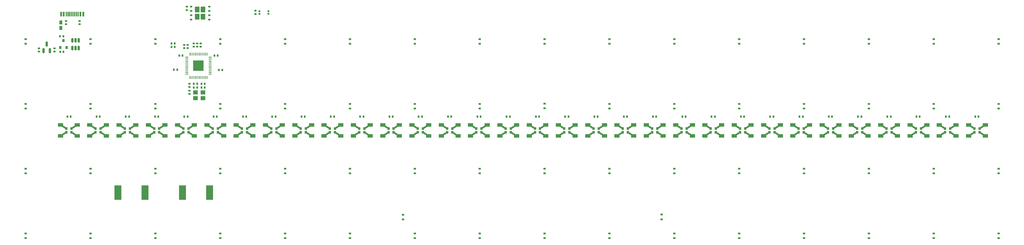
<source format=gbr>
%TF.GenerationSoftware,KiCad,Pcbnew,(6.0.0)*%
%TF.CreationDate,2022-05-03T01:33:48-04:00*%
%TF.ProjectId,HL-2040,484c2d32-3034-4302-9e6b-696361645f70,Mark 2 Rev F*%
%TF.SameCoordinates,Original*%
%TF.FileFunction,Paste,Bot*%
%TF.FilePolarity,Positive*%
%FSLAX46Y46*%
G04 Gerber Fmt 4.6, Leading zero omitted, Abs format (unit mm)*
G04 Created by KiCad (PCBNEW (6.0.0)) date 2022-05-03 01:33:48*
%MOMM*%
%LPD*%
G01*
G04 APERTURE LIST*
G04 Aperture macros list*
%AMRoundRect*
0 Rectangle with rounded corners*
0 $1 Rounding radius*
0 $2 $3 $4 $5 $6 $7 $8 $9 X,Y pos of 4 corners*
0 Add a 4 corners polygon primitive as box body*
4,1,4,$2,$3,$4,$5,$6,$7,$8,$9,$2,$3,0*
0 Add four circle primitives for the rounded corners*
1,1,$1+$1,$2,$3*
1,1,$1+$1,$4,$5*
1,1,$1+$1,$6,$7*
1,1,$1+$1,$8,$9*
0 Add four rect primitives between the rounded corners*
20,1,$1+$1,$2,$3,$4,$5,0*
20,1,$1+$1,$4,$5,$6,$7,0*
20,1,$1+$1,$6,$7,$8,$9,0*
20,1,$1+$1,$8,$9,$2,$3,0*%
%AMFreePoly0*
4,1,11,2.050000,0.700000,1.609078,0.700000,0.750000,0.169394,0.750000,-0.500000,-0.750000,-0.500000,-0.750000,0.500000,0.333781,0.500000,1.350000,1.127665,1.350000,1.400000,2.050000,1.400000,2.050000,0.700000,2.050000,0.700000,$1*%
%AMFreePoly1*
4,1,11,0.750000,-0.169394,1.609078,-0.700000,2.050000,-0.700000,2.050000,-1.400000,1.350000,-1.400000,1.350000,-1.127665,0.333781,-0.500000,-0.750000,-0.500000,-0.750000,0.500000,0.750000,0.500000,0.750000,-0.169394,0.750000,-0.169394,$1*%
%AMFreePoly2*
4,1,11,0.750000,-0.500000,-0.333780,-0.500000,-1.350000,-1.127665,-1.350000,-1.400000,-2.050000,-1.400000,-2.050000,-0.700000,-1.609076,-0.700000,-0.750000,-0.169394,-0.750000,0.500000,0.750000,0.500000,0.750000,-0.500000,0.750000,-0.500000,$1*%
%AMFreePoly3*
4,1,11,-1.350000,1.127665,-0.333780,0.500000,0.750000,0.500000,0.750000,-0.500000,-0.750000,-0.500000,-0.750000,0.169394,-1.609076,0.700000,-2.050000,0.700000,-2.050000,1.400000,-1.350000,1.400000,-1.350000,1.127665,-1.350000,1.127665,$1*%
G04 Aperture macros list end*
%ADD10C,0.010000*%
%ADD11RoundRect,0.147500X-0.147500X-0.172500X0.147500X-0.172500X0.147500X0.172500X-0.147500X0.172500X0*%
%ADD12RoundRect,0.147500X0.147500X0.172500X-0.147500X0.172500X-0.147500X-0.172500X0.147500X-0.172500X0*%
%ADD13RoundRect,0.147500X0.172500X-0.147500X0.172500X0.147500X-0.172500X0.147500X-0.172500X-0.147500X0*%
%ADD14RoundRect,0.250000X0.292217X0.292217X-0.292217X0.292217X-0.292217X-0.292217X0.292217X-0.292217X0*%
%ADD15RoundRect,0.050000X0.387500X0.050000X-0.387500X0.050000X-0.387500X-0.050000X0.387500X-0.050000X0*%
%ADD16RoundRect,0.050000X0.050000X0.387500X-0.050000X0.387500X-0.050000X-0.387500X0.050000X-0.387500X0*%
%ADD17R,3.050000X3.050000*%
%ADD18R,0.700000X0.600000*%
%ADD19RoundRect,0.147500X-0.172500X0.147500X-0.172500X-0.147500X0.172500X-0.147500X0.172500X0.147500X0*%
%ADD20RoundRect,0.212500X-0.212500X0.400000X-0.212500X-0.400000X0.212500X-0.400000X0.212500X0.400000X0*%
%ADD21R,0.800000X0.900000*%
%ADD22R,0.600000X1.450000*%
%ADD23R,0.300000X1.450000*%
%ADD24FreePoly0,180.000000*%
%ADD25FreePoly1,180.000000*%
%ADD26FreePoly2,180.000000*%
%ADD27FreePoly3,180.000000*%
%ADD28R,2.000000X4.200000*%
%ADD29RoundRect,0.250000X0.435000X0.615000X-0.435000X0.615000X-0.435000X-0.615000X0.435000X-0.615000X0*%
%ADD30RoundRect,0.125000X0.250000X0.125000X-0.250000X0.125000X-0.250000X-0.125000X0.250000X-0.125000X0*%
%ADD31R,1.400000X1.200000*%
%ADD32RoundRect,0.150000X0.150000X-0.587500X0.150000X0.587500X-0.150000X0.587500X-0.150000X-0.587500X0*%
%ADD33RoundRect,0.150000X0.150000X-0.512500X0.150000X0.512500X-0.150000X0.512500X-0.150000X-0.512500X0*%
G04 APERTURE END LIST*
D10*
%TO.C,S2*%
X107214000Y-74203000D02*
X106764000Y-74203000D01*
X106764000Y-74203000D02*
X106764000Y-74653000D01*
X106764000Y-74653000D02*
X107214000Y-74653000D01*
X107214000Y-74653000D02*
X107214000Y-74203000D01*
G36*
X107214000Y-74653000D02*
G01*
X106764000Y-74653000D01*
X106764000Y-74203000D01*
X107214000Y-74203000D01*
X107214000Y-74653000D01*
G37*
X107214000Y-74653000D02*
X106764000Y-74653000D01*
X106764000Y-74203000D01*
X107214000Y-74203000D01*
X107214000Y-74653000D01*
X104564000Y-74953000D02*
X104114000Y-74953000D01*
X104114000Y-74953000D02*
X104114000Y-75403000D01*
X104114000Y-75403000D02*
X104564000Y-75403000D01*
X104564000Y-75403000D02*
X104564000Y-74953000D01*
G36*
X104564000Y-75403000D02*
G01*
X104114000Y-75403000D01*
X104114000Y-74953000D01*
X104564000Y-74953000D01*
X104564000Y-75403000D01*
G37*
X104564000Y-75403000D02*
X104114000Y-75403000D01*
X104114000Y-74953000D01*
X104564000Y-74953000D01*
X104564000Y-75403000D01*
X104564000Y-74203000D02*
X104114000Y-74203000D01*
X104114000Y-74203000D02*
X104114000Y-74653000D01*
X104114000Y-74653000D02*
X104564000Y-74653000D01*
X104564000Y-74653000D02*
X104564000Y-74203000D01*
G36*
X104564000Y-74653000D02*
G01*
X104114000Y-74653000D01*
X104114000Y-74203000D01*
X104564000Y-74203000D01*
X104564000Y-74653000D01*
G37*
X104564000Y-74653000D02*
X104114000Y-74653000D01*
X104114000Y-74203000D01*
X104564000Y-74203000D01*
X104564000Y-74653000D01*
X107214000Y-74953000D02*
X106764000Y-74953000D01*
X106764000Y-74953000D02*
X106764000Y-75403000D01*
X106764000Y-75403000D02*
X107214000Y-75403000D01*
X107214000Y-75403000D02*
X107214000Y-74953000D01*
G36*
X107214000Y-75403000D02*
G01*
X106764000Y-75403000D01*
X106764000Y-74953000D01*
X107214000Y-74953000D01*
X107214000Y-75403000D01*
G37*
X107214000Y-75403000D02*
X106764000Y-75403000D01*
X106764000Y-74953000D01*
X107214000Y-74953000D01*
X107214000Y-75403000D01*
%TD*%
D11*
%TO.C,C1*%
X91158200Y-87477600D03*
X92128200Y-87477600D03*
%TD*%
D12*
%TO.C,C2*%
X86108400Y-95808800D03*
X85138400Y-95808800D03*
%TD*%
D11*
%TO.C,C3*%
X92479000Y-91694000D03*
X93449000Y-91694000D03*
%TD*%
D13*
%TO.C,C6*%
X82296000Y-85321000D03*
X82296000Y-84351000D03*
%TD*%
%TO.C,C8*%
X85090000Y-84886800D03*
X85090000Y-83916800D03*
%TD*%
D14*
%TO.C,U0*%
X87124500Y-91125000D03*
X85849500Y-89850000D03*
X87124500Y-89850000D03*
X85849500Y-91125000D03*
D15*
X89924500Y-87887500D03*
X89924500Y-88287500D03*
X89924500Y-88687500D03*
X89924500Y-89087500D03*
X89924500Y-89487500D03*
X89924500Y-89887500D03*
X89924500Y-90287500D03*
X89924500Y-90687500D03*
X89924500Y-91087500D03*
X89924500Y-91487500D03*
X89924500Y-91887500D03*
X89924500Y-92287500D03*
X89924500Y-92687500D03*
X89924500Y-93087500D03*
D16*
X89087000Y-93925000D03*
X88687000Y-93925000D03*
X88287000Y-93925000D03*
X87887000Y-93925000D03*
X87487000Y-93925000D03*
X87087000Y-93925000D03*
X86687000Y-93925000D03*
X86287000Y-93925000D03*
X85887000Y-93925000D03*
X85487000Y-93925000D03*
X85087000Y-93925000D03*
X84687000Y-93925000D03*
X84287000Y-93925000D03*
X83887000Y-93925000D03*
D15*
X83049500Y-93087500D03*
X83049500Y-92687500D03*
X83049500Y-92287500D03*
X83049500Y-91887500D03*
X83049500Y-91487500D03*
X83049500Y-91087500D03*
X83049500Y-90687500D03*
X83049500Y-90287500D03*
X83049500Y-89887500D03*
X83049500Y-89487500D03*
X83049500Y-89087500D03*
X83049500Y-88687500D03*
X83049500Y-88287500D03*
X83049500Y-87887500D03*
D16*
X83887000Y-87050000D03*
X84287000Y-87050000D03*
X84687000Y-87050000D03*
X85087000Y-87050000D03*
X85487000Y-87050000D03*
X85887000Y-87050000D03*
X86287000Y-87050000D03*
X86687000Y-87050000D03*
X87087000Y-87050000D03*
X87487000Y-87050000D03*
X87887000Y-87050000D03*
X88287000Y-87050000D03*
X88687000Y-87050000D03*
X89087000Y-87050000D03*
D17*
X86487000Y-90487500D03*
%TD*%
D13*
%TO.C,C7*%
X83312000Y-85321000D03*
X83312000Y-84351000D03*
%TD*%
D18*
%TO.C,D1*%
X35718750Y-84043750D03*
X35718750Y-82643750D03*
%TD*%
%TO.C,D2*%
X54768750Y-84043750D03*
X54768750Y-82643750D03*
%TD*%
%TO.C,D3*%
X73818750Y-84043750D03*
X73818750Y-82643750D03*
%TD*%
%TO.C,D4*%
X92868750Y-84043750D03*
X92868750Y-82643750D03*
%TD*%
%TO.C,D5*%
X111918750Y-84043750D03*
X111918750Y-82643750D03*
%TD*%
%TO.C,D6*%
X130968750Y-84043750D03*
X130968750Y-82643750D03*
%TD*%
%TO.C,D7*%
X150018750Y-84043750D03*
X150018750Y-82643750D03*
%TD*%
%TO.C,D8*%
X169068750Y-84043750D03*
X169068750Y-82643750D03*
%TD*%
%TO.C,D9*%
X188118750Y-84043750D03*
X188118750Y-82643750D03*
%TD*%
%TO.C,D10*%
X207168750Y-84043750D03*
X207168750Y-82643750D03*
%TD*%
%TO.C,D11*%
X226218750Y-84043750D03*
X226218750Y-82643750D03*
%TD*%
%TO.C,D12*%
X245268750Y-84043750D03*
X245268750Y-82643750D03*
%TD*%
%TO.C,D13*%
X264318750Y-84043750D03*
X264318750Y-82643750D03*
%TD*%
%TO.C,D14*%
X283368750Y-84043750D03*
X283368750Y-82643750D03*
%TD*%
%TO.C,D15*%
X302418750Y-84043750D03*
X302418750Y-82643750D03*
%TD*%
%TO.C,D16*%
X321468750Y-84043750D03*
X321468750Y-82643750D03*
%TD*%
%TO.C,D17*%
X35718750Y-103093750D03*
X35718750Y-101693750D03*
%TD*%
%TO.C,D18*%
X54768750Y-103093750D03*
X54768750Y-101693750D03*
%TD*%
%TO.C,D19*%
X73818750Y-103093750D03*
X73818750Y-101693750D03*
%TD*%
%TO.C,D20*%
X92868750Y-103093750D03*
X92868750Y-101693750D03*
%TD*%
%TO.C,D21*%
X111918750Y-103093750D03*
X111918750Y-101693750D03*
%TD*%
%TO.C,D22*%
X130968750Y-103093750D03*
X130968750Y-101693750D03*
%TD*%
%TO.C,D23*%
X150018750Y-103093750D03*
X150018750Y-101693750D03*
%TD*%
%TO.C,D24*%
X169068750Y-103093750D03*
X169068750Y-101693750D03*
%TD*%
%TO.C,D25*%
X188118750Y-103031250D03*
X188118750Y-101631250D03*
%TD*%
%TO.C,D26*%
X207168750Y-103106250D03*
X207168750Y-101706250D03*
%TD*%
%TO.C,D27*%
X226218750Y-103093750D03*
X226218750Y-101693750D03*
%TD*%
%TO.C,D28*%
X245268750Y-103093750D03*
X245268750Y-101693750D03*
%TD*%
%TO.C,D29*%
X264318750Y-103093750D03*
X264318750Y-101693750D03*
%TD*%
%TO.C,D30*%
X283368750Y-103093750D03*
X283368750Y-101693750D03*
%TD*%
%TO.C,D31*%
X302418750Y-103093750D03*
X302418750Y-101693750D03*
%TD*%
%TO.C,D32*%
X321468750Y-103093750D03*
X321468750Y-101693750D03*
%TD*%
%TO.C,D33*%
X35718750Y-122143750D03*
X35718750Y-120743750D03*
%TD*%
%TO.C,D34*%
X54768750Y-122143750D03*
X54768750Y-120743750D03*
%TD*%
%TO.C,D35*%
X73818750Y-122143750D03*
X73818750Y-120743750D03*
%TD*%
%TO.C,D36*%
X92868750Y-122143750D03*
X92868750Y-120743750D03*
%TD*%
%TO.C,D37*%
X111918750Y-122143750D03*
X111918750Y-120743750D03*
%TD*%
%TO.C,D38*%
X130968750Y-122143750D03*
X130968750Y-120743750D03*
%TD*%
%TO.C,D39*%
X150018750Y-122143750D03*
X150018750Y-120743750D03*
%TD*%
%TO.C,D40*%
X169068750Y-122143750D03*
X169068750Y-120743750D03*
%TD*%
%TO.C,D41*%
X188118750Y-122143750D03*
X188118750Y-120743750D03*
%TD*%
%TO.C,D42*%
X207168750Y-122143750D03*
X207168750Y-120743750D03*
%TD*%
%TO.C,D43*%
X226218750Y-122143750D03*
X226218750Y-120743750D03*
%TD*%
%TO.C,D44*%
X245268750Y-122143750D03*
X245268750Y-120743750D03*
%TD*%
%TO.C,D45*%
X264318750Y-122143750D03*
X264318750Y-120743750D03*
%TD*%
%TO.C,D46*%
X283368750Y-122143750D03*
X283368750Y-120743750D03*
%TD*%
%TO.C,D47*%
X302418750Y-122143750D03*
X302418750Y-120743750D03*
%TD*%
%TO.C,D48*%
X321468750Y-122143750D03*
X321468750Y-120743750D03*
%TD*%
%TO.C,D49*%
X35718750Y-141193750D03*
X35718750Y-139793750D03*
%TD*%
%TO.C,D50*%
X54768750Y-141193750D03*
X54768750Y-139793750D03*
%TD*%
%TO.C,D51*%
X73818750Y-141193750D03*
X73818750Y-139793750D03*
%TD*%
%TO.C,D52*%
X92868750Y-141193750D03*
X92868750Y-139793750D03*
%TD*%
%TO.C,D53*%
X111918750Y-141193750D03*
X111918750Y-139793750D03*
%TD*%
%TO.C,D54*%
X130968750Y-141193750D03*
X130968750Y-139793750D03*
%TD*%
%TO.C,D55*%
X150018750Y-141193750D03*
X150018750Y-139793750D03*
%TD*%
%TO.C,D56*%
X169068750Y-141193750D03*
X169068750Y-139793750D03*
%TD*%
%TO.C,D57*%
X188118750Y-141193750D03*
X188118750Y-139793750D03*
%TD*%
%TO.C,D58*%
X207168750Y-141193750D03*
X207168750Y-139793750D03*
%TD*%
%TO.C,D59*%
X226218750Y-141193750D03*
X226218750Y-139793750D03*
%TD*%
%TO.C,D60*%
X245268750Y-141193750D03*
X245268750Y-139793750D03*
%TD*%
%TO.C,D61*%
X264318750Y-141193750D03*
X264318750Y-139793750D03*
%TD*%
%TO.C,D62*%
X283368750Y-141193750D03*
X283368750Y-139793750D03*
%TD*%
%TO.C,D63*%
X302418750Y-141193750D03*
X302418750Y-139793750D03*
%TD*%
%TO.C,D64*%
X321468750Y-141193750D03*
X321468750Y-139793750D03*
%TD*%
D13*
%TO.C,RC2*%
X51593750Y-78272500D03*
X51593750Y-77302500D03*
%TD*%
D19*
%TO.C,RC1*%
X47625000Y-77302500D03*
X47625000Y-78272500D03*
%TD*%
D11*
%TO.C,RD1*%
X78581250Y-83916800D03*
X79551250Y-83916800D03*
%TD*%
D20*
%TO.C,F0*%
X46069250Y-77737000D03*
X46069250Y-79362000D03*
%TD*%
D21*
%TO.C,U1*%
X47781250Y-85124800D03*
X45881250Y-85124800D03*
X46831250Y-83124800D03*
%TD*%
D12*
%TO.C,LC1*%
X48992475Y-105480000D03*
X48022475Y-105480000D03*
%TD*%
%TO.C,C4*%
X80241000Y-91690000D03*
X79271000Y-91690000D03*
%TD*%
D22*
%TO.C,J0*%
X46153000Y-75292000D03*
X46953000Y-75292000D03*
D23*
X48153000Y-75292000D03*
X49153000Y-75292000D03*
X49653000Y-75292000D03*
X50653000Y-75292000D03*
D22*
X51853000Y-75292000D03*
X52653000Y-75292000D03*
X52653000Y-75292000D03*
X51853000Y-75292000D03*
D23*
X51153000Y-75292000D03*
X50153000Y-75292000D03*
X48653000Y-75292000D03*
X47653000Y-75292000D03*
D22*
X46953000Y-75292000D03*
X46153000Y-75292000D03*
%TD*%
D12*
%TO.C,LC3*%
X66104700Y-105480000D03*
X65134700Y-105480000D03*
%TD*%
%TO.C,LC10*%
X126327275Y-105480000D03*
X125357275Y-105480000D03*
%TD*%
%TO.C,LC12*%
X143533725Y-105480000D03*
X142563725Y-105480000D03*
%TD*%
%TO.C,LC6*%
X91914375Y-105480000D03*
X90944375Y-105480000D03*
%TD*%
%TO.C,LC8*%
X109120825Y-105480000D03*
X108150825Y-105480000D03*
%TD*%
%TO.C,LC9*%
X117724050Y-105480000D03*
X116754050Y-105480000D03*
%TD*%
%TO.C,LC7*%
X100517600Y-105480000D03*
X99547600Y-105480000D03*
%TD*%
%TO.C,LC5*%
X83311150Y-105480000D03*
X82341150Y-105480000D03*
%TD*%
%TO.C,LC11*%
X134930500Y-105480000D03*
X133960500Y-105480000D03*
%TD*%
%TO.C,LC13*%
X152136950Y-105480000D03*
X151166950Y-105480000D03*
%TD*%
%TO.C,LC4*%
X74707925Y-105480000D03*
X73737925Y-105480000D03*
%TD*%
%TO.C,LC14*%
X160740175Y-105480000D03*
X159770175Y-105480000D03*
%TD*%
%TO.C,LC15*%
X169343400Y-105480000D03*
X168373400Y-105480000D03*
%TD*%
%TO.C,LC16*%
X177946625Y-105480000D03*
X176976625Y-105480000D03*
%TD*%
%TO.C,LC17*%
X186549850Y-105480000D03*
X185579850Y-105480000D03*
%TD*%
%TO.C,LC18*%
X195153075Y-105480000D03*
X194183075Y-105480000D03*
%TD*%
%TO.C,LC19*%
X203756300Y-105480000D03*
X202786300Y-105480000D03*
%TD*%
%TO.C,LC20*%
X212359525Y-105480000D03*
X211389525Y-105480000D03*
%TD*%
%TO.C,LC21*%
X220950475Y-105480000D03*
X219980475Y-105480000D03*
%TD*%
%TO.C,LC22*%
X229565975Y-105480000D03*
X228595975Y-105480000D03*
%TD*%
%TO.C,LC23*%
X238169200Y-105480000D03*
X237199200Y-105480000D03*
%TD*%
%TO.C,LC24*%
X246772425Y-105480000D03*
X245802425Y-105480000D03*
%TD*%
%TO.C,LC25*%
X255341275Y-105480000D03*
X254371275Y-105480000D03*
%TD*%
%TO.C,LC26*%
X263978875Y-105480000D03*
X263008875Y-105480000D03*
%TD*%
%TO.C,LC27*%
X272582100Y-105480000D03*
X271612100Y-105480000D03*
%TD*%
%TO.C,LC28*%
X281185325Y-105480000D03*
X280215325Y-105480000D03*
%TD*%
%TO.C,LC29*%
X289788550Y-105480000D03*
X288818550Y-105480000D03*
%TD*%
%TO.C,LC30*%
X298319900Y-105480000D03*
X297349900Y-105480000D03*
%TD*%
%TO.C,LC31*%
X306995000Y-105480000D03*
X306025000Y-105480000D03*
%TD*%
%TO.C,LC32*%
X315598225Y-105480000D03*
X314628225Y-105480000D03*
%TD*%
D24*
%TO.C,LD16*%
X179917125Y-107937500D03*
D25*
X179917125Y-111137500D03*
D26*
X175017125Y-111137500D03*
D27*
X175017125Y-107937500D03*
%TD*%
D24*
%TO.C,LD17*%
X188520350Y-107937500D03*
D25*
X188520350Y-111137500D03*
D26*
X183620350Y-111137500D03*
D27*
X183620350Y-107937500D03*
%TD*%
D24*
%TO.C,LD18*%
X197123575Y-107937500D03*
D25*
X197123575Y-111137500D03*
D26*
X192223575Y-111137500D03*
D27*
X192223575Y-107937500D03*
%TD*%
D24*
%TO.C,LD19*%
X205726800Y-107937500D03*
D25*
X205726800Y-111137500D03*
D26*
X200826800Y-111137500D03*
D27*
X200826800Y-107937500D03*
%TD*%
D24*
%TO.C,LD20*%
X214330025Y-107937500D03*
D25*
X214330025Y-111137500D03*
D26*
X209430025Y-111137500D03*
D27*
X209430025Y-107937500D03*
%TD*%
D24*
%TO.C,LD21*%
X222933250Y-107937500D03*
D25*
X222933250Y-111137500D03*
D26*
X218033250Y-111137500D03*
D27*
X218033250Y-107937500D03*
%TD*%
D24*
%TO.C,LD22*%
X231536475Y-107937500D03*
D25*
X231536475Y-111137500D03*
D26*
X226636475Y-111137500D03*
D27*
X226636475Y-107937500D03*
%TD*%
D24*
%TO.C,LD23*%
X240139700Y-107937500D03*
D25*
X240139700Y-111137500D03*
D26*
X235239700Y-111137500D03*
D27*
X235239700Y-107937500D03*
%TD*%
D24*
%TO.C,LD24*%
X248742925Y-107937500D03*
D25*
X248742925Y-111137500D03*
D26*
X243842925Y-111137500D03*
D27*
X243842925Y-107937500D03*
%TD*%
D24*
%TO.C,LD25*%
X257380525Y-107937500D03*
D25*
X257380525Y-111137500D03*
D26*
X252480525Y-111137500D03*
D27*
X252480525Y-107937500D03*
%TD*%
D24*
%TO.C,LD26*%
X265949375Y-107937500D03*
D25*
X265949375Y-111137500D03*
D26*
X261049375Y-111137500D03*
D27*
X261049375Y-107937500D03*
%TD*%
D24*
%TO.C,LD27*%
X274552600Y-107937500D03*
D25*
X274552600Y-111137500D03*
D26*
X269652600Y-111137500D03*
D27*
X269652600Y-107937500D03*
%TD*%
D24*
%TO.C,LD28*%
X283155825Y-107937500D03*
D25*
X283155825Y-111137500D03*
D26*
X278255825Y-111137500D03*
D27*
X278255825Y-107937500D03*
%TD*%
D24*
%TO.C,LD29*%
X291759050Y-107937500D03*
D25*
X291759050Y-111137500D03*
D26*
X286859050Y-111137500D03*
D27*
X286859050Y-107937500D03*
%TD*%
D24*
%TO.C,LD30*%
X300434150Y-107937500D03*
D25*
X300434150Y-111137500D03*
D26*
X295534150Y-111137500D03*
D27*
X295534150Y-107937500D03*
%TD*%
D24*
%TO.C,LD32*%
X317568725Y-107937500D03*
D25*
X317568725Y-111137500D03*
D26*
X312668725Y-111137500D03*
D27*
X312668725Y-107937500D03*
%TD*%
D24*
%TO.C,LD31*%
X308965500Y-107937500D03*
D25*
X308965500Y-111137500D03*
D26*
X304065500Y-111137500D03*
D27*
X304065500Y-107937500D03*
%TD*%
D24*
%TO.C,LD15*%
X171313900Y-107937500D03*
D25*
X171313900Y-111137500D03*
D26*
X166413900Y-111137500D03*
D27*
X166413900Y-107937500D03*
%TD*%
D24*
%TO.C,LD14*%
X162710675Y-107937500D03*
D25*
X162710675Y-111137500D03*
D26*
X157810675Y-111137500D03*
D27*
X157810675Y-107937500D03*
%TD*%
D24*
%TO.C,LD12*%
X145504225Y-107937500D03*
D25*
X145504225Y-111137500D03*
D26*
X140604225Y-111137500D03*
D27*
X140604225Y-107937500D03*
%TD*%
D24*
%TO.C,LD10*%
X128297775Y-107937500D03*
D25*
X128297775Y-111137500D03*
D26*
X123397775Y-111137500D03*
D27*
X123397775Y-107937500D03*
%TD*%
D24*
%TO.C,LD13*%
X154107450Y-107937500D03*
D25*
X154107450Y-111137500D03*
D26*
X149207450Y-111137500D03*
D27*
X149207450Y-107937500D03*
%TD*%
D24*
%TO.C,LD5*%
X85281650Y-107937500D03*
D25*
X85281650Y-111137500D03*
D26*
X80381650Y-111137500D03*
D27*
X80381650Y-107937500D03*
%TD*%
D24*
%TO.C,LD11*%
X136901000Y-107937500D03*
D25*
X136901000Y-111137500D03*
D26*
X132001000Y-111137500D03*
D27*
X132001000Y-107937500D03*
%TD*%
D24*
%TO.C,LD6*%
X93884875Y-107937500D03*
D25*
X93884875Y-111137500D03*
D26*
X88984875Y-111137500D03*
D27*
X88984875Y-107937500D03*
%TD*%
D24*
%TO.C,LD7*%
X102488100Y-107937500D03*
D25*
X102488100Y-111137500D03*
D26*
X97588100Y-111137500D03*
D27*
X97588100Y-107937500D03*
%TD*%
D24*
%TO.C,LD8*%
X111091325Y-107937500D03*
D25*
X111091325Y-111137500D03*
D26*
X106191325Y-111137500D03*
D27*
X106191325Y-107937500D03*
%TD*%
D24*
%TO.C,LD9*%
X119694550Y-107937500D03*
D25*
X119694550Y-111137500D03*
D26*
X114794550Y-111137500D03*
D27*
X114794550Y-107937500D03*
%TD*%
D24*
%TO.C,LD2*%
X59471975Y-107937500D03*
D25*
X59471975Y-111137500D03*
D26*
X54571975Y-111137500D03*
D27*
X54571975Y-107937500D03*
%TD*%
D24*
%TO.C,LD1*%
X50868750Y-107937500D03*
D25*
X50868750Y-111137500D03*
D26*
X45968750Y-111137500D03*
D27*
X45968750Y-107937500D03*
%TD*%
D24*
%TO.C,LD3*%
X68075200Y-107937500D03*
D25*
X68075200Y-111137500D03*
D26*
X63175200Y-111137500D03*
D27*
X63175200Y-107937500D03*
%TD*%
D24*
%TO.C,LD4*%
X76678425Y-107937500D03*
D25*
X76678425Y-111137500D03*
D26*
X71778425Y-111137500D03*
D27*
X71778425Y-107937500D03*
%TD*%
D12*
%TO.C,LC2*%
X57501475Y-105480000D03*
X56531475Y-105480000D03*
%TD*%
%TO.C,C5*%
X81815800Y-87503000D03*
X80845800Y-87503000D03*
%TD*%
D28*
%TO.C,TX0*%
X81788000Y-127762000D03*
X89788000Y-127762000D03*
%TD*%
%TO.C,TX1*%
X70802000Y-127762000D03*
X62802000Y-127762000D03*
%TD*%
D19*
%TO.C,CF1*%
X83100000Y-73115000D03*
X83100000Y-74085000D03*
%TD*%
D13*
%TO.C,C10*%
X87122000Y-84886800D03*
X87122000Y-83916800D03*
%TD*%
D19*
%TO.C,C11*%
X83820000Y-97813000D03*
X83820000Y-98783000D03*
%TD*%
D29*
%TO.C,U3*%
X86150000Y-76075000D03*
X87850000Y-73925000D03*
X86150000Y-73925000D03*
X87850000Y-76075000D03*
D30*
X89700000Y-73095000D03*
X89700000Y-74365000D03*
X89700000Y-75635000D03*
X89700000Y-76905000D03*
X84300000Y-76905000D03*
X84300000Y-75635000D03*
X84300000Y-74365000D03*
X84300000Y-73095000D03*
%TD*%
D18*
%TO.C,D58.1*%
X222504000Y-134237500D03*
X222504000Y-135637500D03*
%TD*%
D31*
%TO.C,Y0*%
X87841000Y-100037000D03*
X85641000Y-100037000D03*
X85641000Y-98337000D03*
X87841000Y-98337000D03*
%TD*%
D13*
%TO.C,RR1*%
X83820000Y-96751000D03*
X83820000Y-95781000D03*
%TD*%
D32*
%TO.C,Q0*%
X42860000Y-86027500D03*
X40960000Y-86027500D03*
X41910000Y-84152500D03*
%TD*%
D33*
%TO.C,U2*%
X51343600Y-85262300D03*
X50393600Y-85262300D03*
X49443600Y-85262300D03*
X49443600Y-82987300D03*
X50393600Y-82987300D03*
X51343600Y-82987300D03*
%TD*%
D19*
%TO.C,RQ0*%
X44196000Y-85367000D03*
X44196000Y-86337000D03*
%TD*%
D11*
%TO.C,RD0*%
X78581250Y-84932800D03*
X79551250Y-84932800D03*
%TD*%
D19*
%TO.C,RF1*%
X103251000Y-74318000D03*
X103251000Y-75288000D03*
%TD*%
D18*
%TO.C,D54.1*%
X146558000Y-134301000D03*
X146558000Y-135701000D03*
%TD*%
D12*
%TO.C,CX2*%
X88343600Y-96901000D03*
X87373600Y-96901000D03*
%TD*%
%TO.C,CP2*%
X46840000Y-86436200D03*
X45870000Y-86436200D03*
%TD*%
D13*
%TO.C,C9*%
X86106000Y-84886800D03*
X86106000Y-83916800D03*
%TD*%
D11*
%TO.C,CP1*%
X45844600Y-81813400D03*
X46814600Y-81813400D03*
%TD*%
D12*
%TO.C,CX1*%
X86108400Y-96901000D03*
X85138400Y-96901000D03*
%TD*%
D19*
%TO.C,RQ1*%
X39624000Y-85367000D03*
X39624000Y-86337000D03*
%TD*%
D11*
%TO.C,RX1*%
X87373600Y-95808800D03*
X88343600Y-95808800D03*
%TD*%
M02*

</source>
